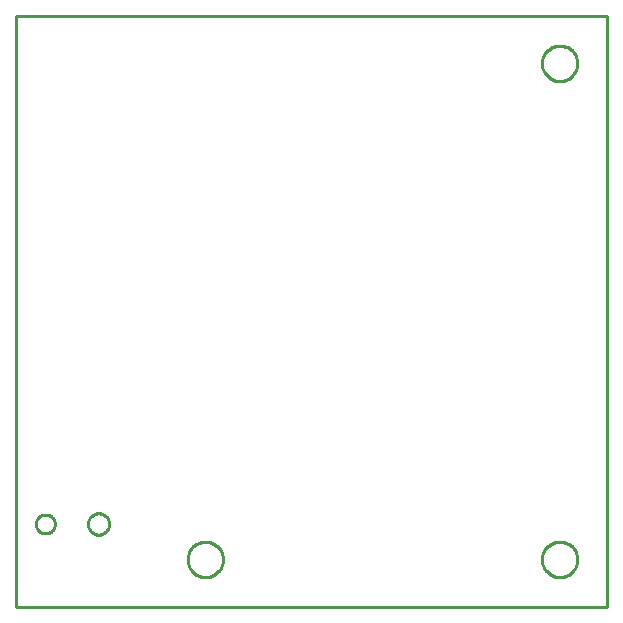
<source format=gbr>
G04 EAGLE Gerber RS-274X export*
G75*
%MOMM*%
%FSLAX34Y34*%
%LPD*%
%IN*%
%IPPOS*%
%AMOC8*
5,1,8,0,0,1.08239X$1,22.5*%
G01*
%ADD10C,0.254000*%


D10*
X0Y-10000D02*
X500000Y-10000D01*
X500000Y490000D01*
X0Y490000D01*
X0Y-10000D01*
X475000Y449464D02*
X474924Y448396D01*
X474771Y447335D01*
X474543Y446288D01*
X474241Y445260D01*
X473867Y444256D01*
X473422Y443281D01*
X472908Y442341D01*
X472329Y441440D01*
X471687Y440582D01*
X470985Y439772D01*
X470228Y439015D01*
X469418Y438313D01*
X468560Y437671D01*
X467659Y437092D01*
X466719Y436578D01*
X465744Y436133D01*
X464740Y435759D01*
X463712Y435457D01*
X462665Y435229D01*
X461604Y435076D01*
X460536Y435000D01*
X459464Y435000D01*
X458396Y435076D01*
X457335Y435229D01*
X456288Y435457D01*
X455260Y435759D01*
X454256Y436133D01*
X453281Y436578D01*
X452341Y437092D01*
X451440Y437671D01*
X450582Y438313D01*
X449772Y439015D01*
X449015Y439772D01*
X448313Y440582D01*
X447671Y441440D01*
X447092Y442341D01*
X446578Y443281D01*
X446133Y444256D01*
X445759Y445260D01*
X445457Y446288D01*
X445229Y447335D01*
X445076Y448396D01*
X445000Y449464D01*
X445000Y450536D01*
X445076Y451604D01*
X445229Y452665D01*
X445457Y453712D01*
X445759Y454740D01*
X446133Y455744D01*
X446578Y456719D01*
X447092Y457659D01*
X447671Y458560D01*
X448313Y459418D01*
X449015Y460228D01*
X449772Y460985D01*
X450582Y461687D01*
X451440Y462329D01*
X452341Y462908D01*
X453281Y463422D01*
X454256Y463867D01*
X455260Y464241D01*
X456288Y464543D01*
X457335Y464771D01*
X458396Y464924D01*
X459464Y465000D01*
X460536Y465000D01*
X461604Y464924D01*
X462665Y464771D01*
X463712Y464543D01*
X464740Y464241D01*
X465744Y463867D01*
X466719Y463422D01*
X467659Y462908D01*
X468560Y462329D01*
X469418Y461687D01*
X470228Y460985D01*
X470985Y460228D01*
X471687Y459418D01*
X472329Y458560D01*
X472908Y457659D01*
X473422Y456719D01*
X473867Y455744D01*
X474241Y454740D01*
X474543Y453712D01*
X474771Y452665D01*
X474924Y451604D01*
X475000Y450536D01*
X475000Y449464D01*
X475000Y29464D02*
X474924Y28396D01*
X474771Y27335D01*
X474543Y26288D01*
X474241Y25260D01*
X473867Y24256D01*
X473422Y23281D01*
X472908Y22341D01*
X472329Y21440D01*
X471687Y20582D01*
X470985Y19772D01*
X470228Y19015D01*
X469418Y18313D01*
X468560Y17671D01*
X467659Y17092D01*
X466719Y16578D01*
X465744Y16133D01*
X464740Y15759D01*
X463712Y15457D01*
X462665Y15229D01*
X461604Y15076D01*
X460536Y15000D01*
X459464Y15000D01*
X458396Y15076D01*
X457335Y15229D01*
X456288Y15457D01*
X455260Y15759D01*
X454256Y16133D01*
X453281Y16578D01*
X452341Y17092D01*
X451440Y17671D01*
X450582Y18313D01*
X449772Y19015D01*
X449015Y19772D01*
X448313Y20582D01*
X447671Y21440D01*
X447092Y22341D01*
X446578Y23281D01*
X446133Y24256D01*
X445759Y25260D01*
X445457Y26288D01*
X445229Y27335D01*
X445076Y28396D01*
X445000Y29464D01*
X445000Y30536D01*
X445076Y31604D01*
X445229Y32665D01*
X445457Y33712D01*
X445759Y34740D01*
X446133Y35744D01*
X446578Y36719D01*
X447092Y37659D01*
X447671Y38560D01*
X448313Y39418D01*
X449015Y40228D01*
X449772Y40985D01*
X450582Y41687D01*
X451440Y42329D01*
X452341Y42908D01*
X453281Y43422D01*
X454256Y43867D01*
X455260Y44241D01*
X456288Y44543D01*
X457335Y44771D01*
X458396Y44924D01*
X459464Y45000D01*
X460536Y45000D01*
X461604Y44924D01*
X462665Y44771D01*
X463712Y44543D01*
X464740Y44241D01*
X465744Y43867D01*
X466719Y43422D01*
X467659Y42908D01*
X468560Y42329D01*
X469418Y41687D01*
X470228Y40985D01*
X470985Y40228D01*
X471687Y39418D01*
X472329Y38560D01*
X472908Y37659D01*
X473422Y36719D01*
X473867Y35744D01*
X474241Y34740D01*
X474543Y33712D01*
X474771Y32665D01*
X474924Y31604D01*
X475000Y30536D01*
X475000Y29464D01*
X175000Y29464D02*
X174924Y28396D01*
X174771Y27335D01*
X174543Y26288D01*
X174241Y25260D01*
X173867Y24256D01*
X173422Y23281D01*
X172908Y22341D01*
X172329Y21440D01*
X171687Y20582D01*
X170985Y19772D01*
X170228Y19015D01*
X169418Y18313D01*
X168560Y17671D01*
X167659Y17092D01*
X166719Y16578D01*
X165744Y16133D01*
X164740Y15759D01*
X163712Y15457D01*
X162665Y15229D01*
X161604Y15076D01*
X160536Y15000D01*
X159464Y15000D01*
X158396Y15076D01*
X157335Y15229D01*
X156288Y15457D01*
X155260Y15759D01*
X154256Y16133D01*
X153281Y16578D01*
X152341Y17092D01*
X151440Y17671D01*
X150582Y18313D01*
X149772Y19015D01*
X149015Y19772D01*
X148313Y20582D01*
X147671Y21440D01*
X147092Y22341D01*
X146578Y23281D01*
X146133Y24256D01*
X145759Y25260D01*
X145457Y26288D01*
X145229Y27335D01*
X145076Y28396D01*
X145000Y29464D01*
X145000Y30536D01*
X145076Y31604D01*
X145229Y32665D01*
X145457Y33712D01*
X145759Y34740D01*
X146133Y35744D01*
X146578Y36719D01*
X147092Y37659D01*
X147671Y38560D01*
X148313Y39418D01*
X149015Y40228D01*
X149772Y40985D01*
X150582Y41687D01*
X151440Y42329D01*
X152341Y42908D01*
X153281Y43422D01*
X154256Y43867D01*
X155260Y44241D01*
X156288Y44543D01*
X157335Y44771D01*
X158396Y44924D01*
X159464Y45000D01*
X160536Y45000D01*
X161604Y44924D01*
X162665Y44771D01*
X163712Y44543D01*
X164740Y44241D01*
X165744Y43867D01*
X166719Y43422D01*
X167659Y42908D01*
X168560Y42329D01*
X169418Y41687D01*
X170228Y40985D01*
X170985Y40228D01*
X171687Y39418D01*
X172329Y38560D01*
X172908Y37659D01*
X173422Y36719D01*
X173867Y35744D01*
X174241Y34740D01*
X174543Y33712D01*
X174771Y32665D01*
X174924Y31604D01*
X175000Y30536D01*
X175000Y29464D01*
X32600Y60393D02*
X32523Y61175D01*
X32370Y61946D01*
X32141Y62698D01*
X31841Y63425D01*
X31470Y64118D01*
X31033Y64771D01*
X30535Y65379D01*
X29979Y65935D01*
X29371Y66433D01*
X28718Y66870D01*
X28025Y67241D01*
X27298Y67541D01*
X26546Y67770D01*
X25775Y67923D01*
X24993Y68000D01*
X24207Y68000D01*
X23425Y67923D01*
X22654Y67770D01*
X21902Y67541D01*
X21175Y67241D01*
X20482Y66870D01*
X19829Y66433D01*
X19221Y65935D01*
X18665Y65379D01*
X18167Y64771D01*
X17730Y64118D01*
X17359Y63425D01*
X17059Y62698D01*
X16830Y61946D01*
X16677Y61175D01*
X16600Y60393D01*
X16600Y59607D01*
X16677Y58825D01*
X16830Y58054D01*
X17059Y57302D01*
X17359Y56575D01*
X17730Y55882D01*
X18167Y55229D01*
X18665Y54621D01*
X19221Y54065D01*
X19829Y53567D01*
X20482Y53130D01*
X21175Y52759D01*
X21902Y52459D01*
X22654Y52230D01*
X23425Y52077D01*
X24207Y52000D01*
X24993Y52000D01*
X25775Y52077D01*
X26546Y52230D01*
X27298Y52459D01*
X28025Y52759D01*
X28718Y53130D01*
X29371Y53567D01*
X29979Y54065D01*
X30535Y54621D01*
X31033Y55229D01*
X31470Y55882D01*
X31841Y56575D01*
X32141Y57302D01*
X32370Y58054D01*
X32523Y58825D01*
X32600Y59607D01*
X32600Y60393D01*
X78600Y60393D02*
X78532Y61176D01*
X78395Y61950D01*
X78192Y62709D01*
X77923Y63447D01*
X77591Y64160D01*
X77198Y64840D01*
X76747Y65484D01*
X76242Y66086D01*
X75686Y66642D01*
X75084Y67147D01*
X74440Y67598D01*
X73760Y67991D01*
X73047Y68323D01*
X72309Y68592D01*
X71550Y68795D01*
X70776Y68932D01*
X69993Y69000D01*
X69207Y69000D01*
X68424Y68932D01*
X67650Y68795D01*
X66891Y68592D01*
X66153Y68323D01*
X65440Y67991D01*
X64760Y67598D01*
X64116Y67147D01*
X63514Y66642D01*
X62958Y66086D01*
X62453Y65484D01*
X62002Y64840D01*
X61609Y64160D01*
X61277Y63447D01*
X61008Y62709D01*
X60805Y61950D01*
X60669Y61176D01*
X60600Y60393D01*
X60600Y59607D01*
X60669Y58824D01*
X60805Y58050D01*
X61008Y57291D01*
X61277Y56553D01*
X61609Y55840D01*
X62002Y55160D01*
X62453Y54516D01*
X62958Y53914D01*
X63514Y53358D01*
X64116Y52853D01*
X64760Y52402D01*
X65440Y52009D01*
X66153Y51677D01*
X66891Y51408D01*
X67650Y51205D01*
X68424Y51069D01*
X69207Y51000D01*
X69993Y51000D01*
X70776Y51069D01*
X71550Y51205D01*
X72309Y51408D01*
X73047Y51677D01*
X73760Y52009D01*
X74440Y52402D01*
X75084Y52853D01*
X75686Y53358D01*
X76242Y53914D01*
X76747Y54516D01*
X77198Y55160D01*
X77591Y55840D01*
X77923Y56553D01*
X78192Y57291D01*
X78395Y58050D01*
X78532Y58824D01*
X78600Y59607D01*
X78600Y60393D01*
M02*

</source>
